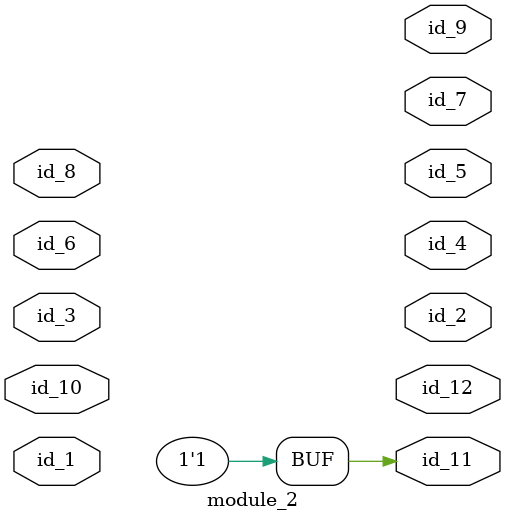
<source format=v>
module module_0 (
    id_1,
    id_2,
    id_3,
    id_4
);
  inout wire id_4;
  inout wire id_3;
  input wire id_2;
  input wire id_1;
  wire id_5, id_6;
  assign id_4 = id_2 == 1 < 1;
  module_2 modCall_1 (
      id_3,
      id_6,
      id_3,
      id_4,
      id_3,
      id_4,
      id_5,
      id_5,
      id_3,
      id_6,
      id_6,
      id_4
  );
endmodule
module module_1 (
    id_1,
    id_2
);
  input wire id_2;
  inout wire id_1;
  supply1 id_3;
  module_0 modCall_1 (
      id_3,
      id_2,
      id_1,
      id_1
  );
  assign id_3 = 1;
endmodule
module module_2 (
    id_1,
    id_2,
    id_3,
    id_4,
    id_5,
    id_6,
    id_7,
    id_8,
    id_9,
    id_10,
    id_11,
    id_12
);
  output wire id_12;
  output wire id_11;
  input wire id_10;
  output wire id_9;
  inout wire id_8;
  output wire id_7;
  inout wire id_6;
  output wire id_5;
  output wire id_4;
  inout wire id_3;
  output wire id_2;
  inout wire id_1;
  assign id_11 = 1;
endmodule

</source>
